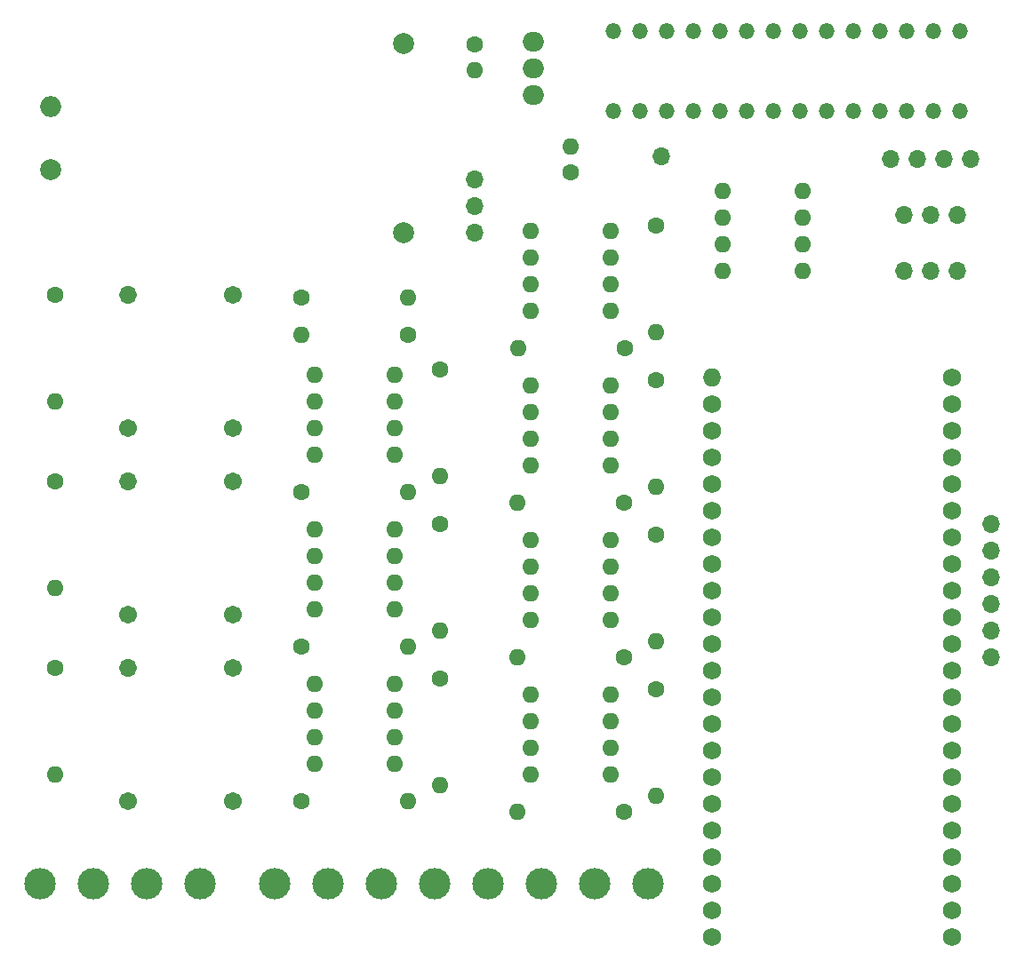
<source format=gbr>
%TF.GenerationSoftware,KiCad,Pcbnew,7.0.10*%
%TF.CreationDate,2024-06-01T01:31:08-03:00*%
%TF.ProjectId,board,626f6172-642e-46b6-9963-61645f706362,1.0*%
%TF.SameCoordinates,Original*%
%TF.FileFunction,Soldermask,Top*%
%TF.FilePolarity,Negative*%
%FSLAX46Y46*%
G04 Gerber Fmt 4.6, Leading zero omitted, Abs format (unit mm)*
G04 Created by KiCad (PCBNEW 7.0.10) date 2024-06-01 01:31:08*
%MOMM*%
%LPD*%
G01*
G04 APERTURE LIST*
%ADD10O,1.600000X1.600000*%
%ADD11O,1.500000X1.500000*%
%ADD12C,1.600000*%
%ADD13O,2.000000X2.000000*%
%ADD14C,2.000000*%
%ADD15O,1.734000X1.734000*%
%ADD16C,1.734000*%
%ADD17O,1.712000X1.712000*%
%ADD18C,1.712000*%
%ADD19O,3.000000X3.000000*%
%ADD20C,3.000000*%
%ADD21O,1.700000X1.700000*%
%ADD22O,2.000000X1.905000*%
G04 APERTURE END LIST*
D10*
%TO.C,AMP3*%
X128280000Y-106944000D03*
X128280000Y-109484000D03*
X128280000Y-112024000D03*
X128280000Y-114564000D03*
X135900000Y-114564000D03*
X135900000Y-112024000D03*
X135900000Y-109484000D03*
X135900000Y-106944000D03*
%TD*%
D11*
%TO.C,DZ14*%
X189738000Y-52324000D03*
X189738000Y-44704000D03*
%TD*%
D12*
%TO.C,R9*%
X157780000Y-74920000D03*
D10*
X147620000Y-74920000D03*
%TD*%
%TO.C,AMP8*%
X167132000Y-59944000D03*
X167132000Y-62484000D03*
X167132000Y-65024000D03*
X167132000Y-67564000D03*
X174752000Y-67564000D03*
X174752000Y-65024000D03*
X174752000Y-62484000D03*
X174752000Y-59944000D03*
%TD*%
D11*
%TO.C,DZ2*%
X159258000Y-52324000D03*
X159258000Y-44704000D03*
%TD*%
D12*
%TO.C,R7*%
X126995000Y-103373000D03*
D10*
X137155000Y-103373000D03*
%TD*%
D13*
%TO.C,PS1*%
X103124000Y-51912000D03*
D14*
X103124000Y-57912000D03*
X136724000Y-45912000D03*
X136724000Y-63912000D03*
%TD*%
D12*
%TO.C,R16*%
X160772000Y-63236000D03*
D10*
X160772000Y-73396000D03*
%TD*%
D15*
%TO.C,MCU1*%
X166136800Y-77694000D03*
D16*
X166136800Y-80234000D03*
X166136800Y-82774000D03*
X166136800Y-85314000D03*
X166136800Y-87854000D03*
X166136800Y-90394000D03*
X166136800Y-92934000D03*
X166136800Y-95474000D03*
X166136800Y-98014000D03*
X166136800Y-100554000D03*
X166136800Y-103094000D03*
X166136800Y-105634000D03*
X166136800Y-108174000D03*
X166136800Y-110714000D03*
X166136800Y-113254000D03*
X166136800Y-115794000D03*
X166136800Y-118334000D03*
X166136800Y-120874000D03*
X166136800Y-123414000D03*
X166136800Y-125954000D03*
X166136800Y-128494000D03*
X166136800Y-131034000D03*
X188996800Y-77694000D03*
X188996800Y-80234000D03*
X188996800Y-82774000D03*
X188996800Y-85314000D03*
X188996800Y-87854000D03*
X188996800Y-90394000D03*
X188996800Y-92934000D03*
X188996800Y-95474000D03*
X188996800Y-98014000D03*
X188996800Y-100554000D03*
X188996800Y-103094000D03*
X188996800Y-105634000D03*
X188996800Y-108174000D03*
X188996800Y-110714000D03*
X188996800Y-113254000D03*
X188996800Y-115794000D03*
X188996800Y-118334000D03*
X188996800Y-120874000D03*
X188996800Y-123414000D03*
X188996800Y-125954000D03*
X188996800Y-128494000D03*
X188996800Y-131034000D03*
%TD*%
D10*
%TO.C,AMP6*%
X148834000Y-93208000D03*
X148834000Y-95748000D03*
X148834000Y-98288000D03*
X148834000Y-100828000D03*
X156454000Y-100828000D03*
X156454000Y-98288000D03*
X156454000Y-95748000D03*
X156454000Y-93208000D03*
%TD*%
D11*
%TO.C,DZ13*%
X187198000Y-44704000D03*
X187198000Y-52324000D03*
%TD*%
D10*
%TO.C,AMP4*%
X148844000Y-63754000D03*
X148844000Y-66294000D03*
X148844000Y-68834000D03*
X148844000Y-71374000D03*
X156464000Y-71374000D03*
X156464000Y-68834000D03*
X156464000Y-66294000D03*
X156464000Y-63754000D03*
%TD*%
D12*
%TO.C,R17*%
X160772000Y-77968000D03*
D10*
X160772000Y-88128000D03*
%TD*%
D11*
%TO.C,DZ6*%
X169418000Y-52329000D03*
X169418000Y-44709000D03*
%TD*%
%TO.C,DZ5*%
X166878000Y-44704000D03*
X166878000Y-52324000D03*
%TD*%
D17*
%TO.C,TP1*%
X110490000Y-69850000D03*
D18*
X110490000Y-82550000D03*
X120490000Y-82550000D03*
X120490000Y-69850000D03*
%TD*%
D19*
%TO.C,J6*%
X154960800Y-125954000D03*
D20*
X160040800Y-125954000D03*
%TD*%
D21*
%TO.C,P1*%
X184404000Y-67564000D03*
X186944000Y-67564000D03*
X189484000Y-67564000D03*
%TD*%
D12*
%TO.C,R2*%
X137160000Y-73660000D03*
D10*
X127000000Y-73660000D03*
%TD*%
D12*
%TO.C,R18*%
X160772000Y-92700000D03*
D10*
X160772000Y-102860000D03*
%TD*%
D12*
%TO.C,R11*%
X157724000Y-104384000D03*
D10*
X147564000Y-104384000D03*
%TD*%
D11*
%TO.C,DZ11*%
X182118000Y-44704000D03*
X182118000Y-52324000D03*
%TD*%
D21*
%TO.C,SW1*%
X143510000Y-58832000D03*
X143510000Y-61372000D03*
X143510000Y-63912000D03*
%TD*%
D12*
%TO.C,R6*%
X127000000Y-88646000D03*
D10*
X137160000Y-88646000D03*
%TD*%
D11*
%TO.C,DZ3*%
X161798000Y-44694000D03*
X161798000Y-52314000D03*
%TD*%
D12*
%TO.C,R10*%
X157714000Y-89642000D03*
D10*
X147554000Y-89642000D03*
%TD*%
D17*
%TO.C,TP2*%
X110490000Y-87630000D03*
D18*
X110490000Y-100330000D03*
X120490000Y-100330000D03*
X120490000Y-87630000D03*
%TD*%
D12*
%TO.C,R3*%
X103505000Y-69850000D03*
D10*
X103505000Y-80010000D03*
%TD*%
D12*
%TO.C,R12*%
X157754800Y-119096000D03*
D10*
X147594800Y-119096000D03*
%TD*%
D11*
%TO.C,DZ12*%
X184658000Y-52329000D03*
X184658000Y-44709000D03*
%TD*%
D10*
%TO.C,C2*%
X152654000Y-55690888D03*
D12*
X152654000Y-58190888D03*
%TD*%
D19*
%TO.C,J3*%
X124480800Y-125954000D03*
D20*
X129560800Y-125954000D03*
%TD*%
D19*
%TO.C,J1*%
X102108000Y-125984000D03*
D20*
X107188000Y-125984000D03*
%TD*%
D12*
%TO.C,R19*%
X160772000Y-107432000D03*
D10*
X160772000Y-117592000D03*
%TD*%
D21*
%TO.C,P4*%
X184404000Y-62230000D03*
X186944000Y-62230000D03*
X189484000Y-62230000D03*
%TD*%
D12*
%TO.C,R15*%
X140208000Y-106426000D03*
D10*
X140208000Y-116586000D03*
%TD*%
D11*
%TO.C,DZ9*%
X177038000Y-44699000D03*
X177038000Y-52319000D03*
%TD*%
%TO.C,DZ7*%
X171958000Y-44699000D03*
X171958000Y-52319000D03*
%TD*%
D19*
%TO.C,J5*%
X144800800Y-125954000D03*
D20*
X149880800Y-125954000D03*
%TD*%
D21*
%TO.C,P5*%
X192659000Y-91694000D03*
X192659000Y-94234000D03*
X192659000Y-96774000D03*
X192659000Y-99314000D03*
X192659000Y-101854000D03*
X192659000Y-104394000D03*
%TD*%
D11*
%TO.C,DZ4*%
X164338000Y-52324000D03*
X164338000Y-44704000D03*
%TD*%
D21*
%TO.C,P3*%
X183134000Y-56896000D03*
X185674000Y-56896000D03*
X188214000Y-56896000D03*
X190754000Y-56896000D03*
%TD*%
D12*
%TO.C,R13*%
X140208000Y-76962000D03*
D10*
X140208000Y-87122000D03*
%TD*%
D17*
%TO.C,TP3*%
X110490000Y-105410000D03*
D18*
X110490000Y-118110000D03*
X120490000Y-118110000D03*
X120490000Y-105410000D03*
%TD*%
D11*
%TO.C,DZ1*%
X156718000Y-44699000D03*
X156718000Y-52319000D03*
%TD*%
D10*
%TO.C,C1*%
X143510000Y-48427000D03*
D12*
X143510000Y-45927000D03*
%TD*%
%TO.C,R8*%
X127000000Y-118110000D03*
D10*
X137160000Y-118110000D03*
%TD*%
D19*
%TO.C,J2*%
X112268000Y-125984000D03*
D20*
X117348000Y-125984000D03*
%TD*%
D21*
%TO.C,P2*%
X161290000Y-56642000D03*
%TD*%
D22*
%TO.C,PS2*%
X149098000Y-45720000D03*
X149098000Y-48260000D03*
X149098000Y-50800000D03*
%TD*%
D12*
%TO.C,R14*%
X140203000Y-91689000D03*
D10*
X140203000Y-101849000D03*
%TD*%
D11*
%TO.C,DZ8*%
X174498000Y-52324000D03*
X174498000Y-44704000D03*
%TD*%
%TO.C,DZ10*%
X179578000Y-52324000D03*
X179578000Y-44704000D03*
%TD*%
D12*
%TO.C,R4*%
X103505000Y-87630000D03*
D10*
X103505000Y-97790000D03*
%TD*%
D12*
%TO.C,R5*%
X103505000Y-105410000D03*
D10*
X103505000Y-115570000D03*
%TD*%
%TO.C,AMP7*%
X148824000Y-107930000D03*
X148824000Y-110470000D03*
X148824000Y-113010000D03*
X148824000Y-115550000D03*
X156444000Y-115550000D03*
X156444000Y-113010000D03*
X156444000Y-110470000D03*
X156444000Y-107930000D03*
%TD*%
%TO.C,AMP5*%
X148834000Y-78476000D03*
X148834000Y-81016000D03*
X148834000Y-83556000D03*
X148834000Y-86096000D03*
X156454000Y-86096000D03*
X156454000Y-83556000D03*
X156454000Y-81016000D03*
X156454000Y-78476000D03*
%TD*%
D12*
%TO.C,R1*%
X127000000Y-70104000D03*
D10*
X137160000Y-70104000D03*
%TD*%
D19*
%TO.C,J4*%
X134640800Y-125954000D03*
D20*
X139720800Y-125954000D03*
%TD*%
D10*
%TO.C,AMP2*%
X128275000Y-92207000D03*
X128275000Y-94747000D03*
X128275000Y-97287000D03*
X128275000Y-99827000D03*
X135895000Y-99827000D03*
X135895000Y-97287000D03*
X135895000Y-94747000D03*
X135895000Y-92207000D03*
%TD*%
%TO.C,AMP1*%
X128270000Y-77470000D03*
X128270000Y-80010000D03*
X128270000Y-82550000D03*
X128270000Y-85090000D03*
X135890000Y-85090000D03*
X135890000Y-82550000D03*
X135890000Y-80010000D03*
X135890000Y-77470000D03*
%TD*%
M02*

</source>
